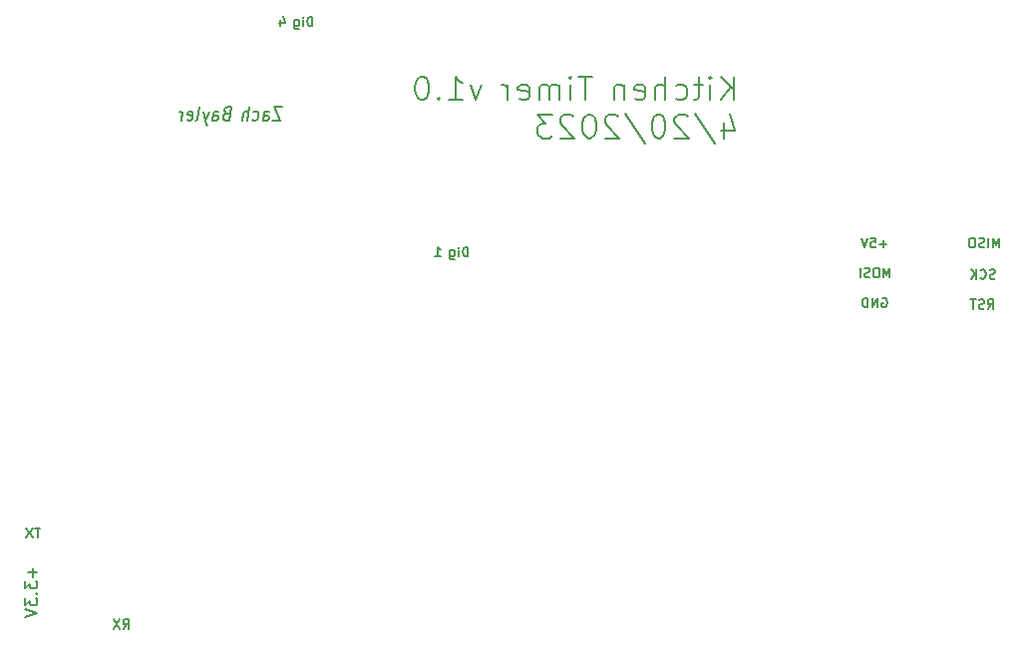
<source format=gbr>
%TF.GenerationSoftware,KiCad,Pcbnew,(7.0.0)*%
%TF.CreationDate,2023-04-20T22:31:56-06:00*%
%TF.ProjectId,Phase_B_PCB_Prototype,50686173-655f-4425-9f50-43425f50726f,rev?*%
%TF.SameCoordinates,Original*%
%TF.FileFunction,Legend,Bot*%
%TF.FilePolarity,Positive*%
%FSLAX46Y46*%
G04 Gerber Fmt 4.6, Leading zero omitted, Abs format (unit mm)*
G04 Created by KiCad (PCBNEW (7.0.0)) date 2023-04-20 22:31:56*
%MOMM*%
%LPD*%
G01*
G04 APERTURE LIST*
%ADD10C,0.150000*%
G04 APERTURE END LIST*
D10*
X95694523Y-63452904D02*
X95694523Y-62652904D01*
X95694523Y-62652904D02*
X95504047Y-62652904D01*
X95504047Y-62652904D02*
X95389761Y-62691000D01*
X95389761Y-62691000D02*
X95313571Y-62767190D01*
X95313571Y-62767190D02*
X95275476Y-62843380D01*
X95275476Y-62843380D02*
X95237380Y-62995761D01*
X95237380Y-62995761D02*
X95237380Y-63110047D01*
X95237380Y-63110047D02*
X95275476Y-63262428D01*
X95275476Y-63262428D02*
X95313571Y-63338619D01*
X95313571Y-63338619D02*
X95389761Y-63414809D01*
X95389761Y-63414809D02*
X95504047Y-63452904D01*
X95504047Y-63452904D02*
X95694523Y-63452904D01*
X94894523Y-63452904D02*
X94894523Y-62919571D01*
X94894523Y-62652904D02*
X94932619Y-62691000D01*
X94932619Y-62691000D02*
X94894523Y-62729095D01*
X94894523Y-62729095D02*
X94856428Y-62691000D01*
X94856428Y-62691000D02*
X94894523Y-62652904D01*
X94894523Y-62652904D02*
X94894523Y-62729095D01*
X94170714Y-62919571D02*
X94170714Y-63567190D01*
X94170714Y-63567190D02*
X94208809Y-63643380D01*
X94208809Y-63643380D02*
X94246905Y-63681476D01*
X94246905Y-63681476D02*
X94323095Y-63719571D01*
X94323095Y-63719571D02*
X94437381Y-63719571D01*
X94437381Y-63719571D02*
X94513571Y-63681476D01*
X94170714Y-63414809D02*
X94246905Y-63452904D01*
X94246905Y-63452904D02*
X94399286Y-63452904D01*
X94399286Y-63452904D02*
X94475476Y-63414809D01*
X94475476Y-63414809D02*
X94513571Y-63376714D01*
X94513571Y-63376714D02*
X94551667Y-63300523D01*
X94551667Y-63300523D02*
X94551667Y-63071952D01*
X94551667Y-63071952D02*
X94513571Y-62995761D01*
X94513571Y-62995761D02*
X94475476Y-62957666D01*
X94475476Y-62957666D02*
X94399286Y-62919571D01*
X94399286Y-62919571D02*
X94246905Y-62919571D01*
X94246905Y-62919571D02*
X94170714Y-62957666D01*
X92966904Y-62919571D02*
X92966904Y-63452904D01*
X93157380Y-62614809D02*
X93347857Y-63186238D01*
X93347857Y-63186238D02*
X92852618Y-63186238D01*
X108902523Y-83010904D02*
X108902523Y-82210904D01*
X108902523Y-82210904D02*
X108712047Y-82210904D01*
X108712047Y-82210904D02*
X108597761Y-82249000D01*
X108597761Y-82249000D02*
X108521571Y-82325190D01*
X108521571Y-82325190D02*
X108483476Y-82401380D01*
X108483476Y-82401380D02*
X108445380Y-82553761D01*
X108445380Y-82553761D02*
X108445380Y-82668047D01*
X108445380Y-82668047D02*
X108483476Y-82820428D01*
X108483476Y-82820428D02*
X108521571Y-82896619D01*
X108521571Y-82896619D02*
X108597761Y-82972809D01*
X108597761Y-82972809D02*
X108712047Y-83010904D01*
X108712047Y-83010904D02*
X108902523Y-83010904D01*
X108102523Y-83010904D02*
X108102523Y-82477571D01*
X108102523Y-82210904D02*
X108140619Y-82249000D01*
X108140619Y-82249000D02*
X108102523Y-82287095D01*
X108102523Y-82287095D02*
X108064428Y-82249000D01*
X108064428Y-82249000D02*
X108102523Y-82210904D01*
X108102523Y-82210904D02*
X108102523Y-82287095D01*
X107378714Y-82477571D02*
X107378714Y-83125190D01*
X107378714Y-83125190D02*
X107416809Y-83201380D01*
X107416809Y-83201380D02*
X107454905Y-83239476D01*
X107454905Y-83239476D02*
X107531095Y-83277571D01*
X107531095Y-83277571D02*
X107645381Y-83277571D01*
X107645381Y-83277571D02*
X107721571Y-83239476D01*
X107378714Y-82972809D02*
X107454905Y-83010904D01*
X107454905Y-83010904D02*
X107607286Y-83010904D01*
X107607286Y-83010904D02*
X107683476Y-82972809D01*
X107683476Y-82972809D02*
X107721571Y-82934714D01*
X107721571Y-82934714D02*
X107759667Y-82858523D01*
X107759667Y-82858523D02*
X107759667Y-82629952D01*
X107759667Y-82629952D02*
X107721571Y-82553761D01*
X107721571Y-82553761D02*
X107683476Y-82515666D01*
X107683476Y-82515666D02*
X107607286Y-82477571D01*
X107607286Y-82477571D02*
X107454905Y-82477571D01*
X107454905Y-82477571D02*
X107378714Y-82515666D01*
X106098714Y-83010904D02*
X106555857Y-83010904D01*
X106327285Y-83010904D02*
X106327285Y-82210904D01*
X106327285Y-82210904D02*
X106403476Y-82325190D01*
X106403476Y-82325190D02*
X106479666Y-82401380D01*
X106479666Y-82401380D02*
X106555857Y-82439476D01*
X79616380Y-114633904D02*
X79883047Y-114252952D01*
X80073523Y-114633904D02*
X80073523Y-113833904D01*
X80073523Y-113833904D02*
X79768761Y-113833904D01*
X79768761Y-113833904D02*
X79692571Y-113872000D01*
X79692571Y-113872000D02*
X79654476Y-113910095D01*
X79654476Y-113910095D02*
X79616380Y-113986285D01*
X79616380Y-113986285D02*
X79616380Y-114100571D01*
X79616380Y-114100571D02*
X79654476Y-114176761D01*
X79654476Y-114176761D02*
X79692571Y-114214857D01*
X79692571Y-114214857D02*
X79768761Y-114252952D01*
X79768761Y-114252952D02*
X80073523Y-114252952D01*
X79349714Y-113833904D02*
X78816380Y-114633904D01*
X78816380Y-113833904D02*
X79349714Y-114633904D01*
X71918428Y-109458095D02*
X71918428Y-110220000D01*
X72299380Y-109839047D02*
X71537476Y-109839047D01*
X71299380Y-110600952D02*
X71299380Y-111219999D01*
X71299380Y-111219999D02*
X71680333Y-110886666D01*
X71680333Y-110886666D02*
X71680333Y-111029523D01*
X71680333Y-111029523D02*
X71727952Y-111124761D01*
X71727952Y-111124761D02*
X71775571Y-111172380D01*
X71775571Y-111172380D02*
X71870809Y-111219999D01*
X71870809Y-111219999D02*
X72108904Y-111219999D01*
X72108904Y-111219999D02*
X72204142Y-111172380D01*
X72204142Y-111172380D02*
X72251761Y-111124761D01*
X72251761Y-111124761D02*
X72299380Y-111029523D01*
X72299380Y-111029523D02*
X72299380Y-110743809D01*
X72299380Y-110743809D02*
X72251761Y-110648571D01*
X72251761Y-110648571D02*
X72204142Y-110600952D01*
X72204142Y-111648571D02*
X72251761Y-111696190D01*
X72251761Y-111696190D02*
X72299380Y-111648571D01*
X72299380Y-111648571D02*
X72251761Y-111600952D01*
X72251761Y-111600952D02*
X72204142Y-111648571D01*
X72204142Y-111648571D02*
X72299380Y-111648571D01*
X71299380Y-112029523D02*
X71299380Y-112648570D01*
X71299380Y-112648570D02*
X71680333Y-112315237D01*
X71680333Y-112315237D02*
X71680333Y-112458094D01*
X71680333Y-112458094D02*
X71727952Y-112553332D01*
X71727952Y-112553332D02*
X71775571Y-112600951D01*
X71775571Y-112600951D02*
X71870809Y-112648570D01*
X71870809Y-112648570D02*
X72108904Y-112648570D01*
X72108904Y-112648570D02*
X72204142Y-112600951D01*
X72204142Y-112600951D02*
X72251761Y-112553332D01*
X72251761Y-112553332D02*
X72299380Y-112458094D01*
X72299380Y-112458094D02*
X72299380Y-112172380D01*
X72299380Y-112172380D02*
X72251761Y-112077142D01*
X72251761Y-112077142D02*
X72204142Y-112029523D01*
X71299380Y-112934285D02*
X72299380Y-113267618D01*
X72299380Y-113267618D02*
X71299380Y-113600951D01*
X72567809Y-106086904D02*
X72110666Y-106086904D01*
X72339238Y-106886904D02*
X72339238Y-106086904D01*
X71920190Y-106086904D02*
X71386856Y-106886904D01*
X71386856Y-106086904D02*
X71920190Y-106886904D01*
X144043476Y-86567000D02*
X144119666Y-86528904D01*
X144119666Y-86528904D02*
X144233952Y-86528904D01*
X144233952Y-86528904D02*
X144348238Y-86567000D01*
X144348238Y-86567000D02*
X144424428Y-86643190D01*
X144424428Y-86643190D02*
X144462523Y-86719380D01*
X144462523Y-86719380D02*
X144500619Y-86871761D01*
X144500619Y-86871761D02*
X144500619Y-86986047D01*
X144500619Y-86986047D02*
X144462523Y-87138428D01*
X144462523Y-87138428D02*
X144424428Y-87214619D01*
X144424428Y-87214619D02*
X144348238Y-87290809D01*
X144348238Y-87290809D02*
X144233952Y-87328904D01*
X144233952Y-87328904D02*
X144157761Y-87328904D01*
X144157761Y-87328904D02*
X144043476Y-87290809D01*
X144043476Y-87290809D02*
X144005380Y-87252714D01*
X144005380Y-87252714D02*
X144005380Y-86986047D01*
X144005380Y-86986047D02*
X144157761Y-86986047D01*
X143662523Y-87328904D02*
X143662523Y-86528904D01*
X143662523Y-86528904D02*
X143205380Y-87328904D01*
X143205380Y-87328904D02*
X143205380Y-86528904D01*
X142824428Y-87328904D02*
X142824428Y-86528904D01*
X142824428Y-86528904D02*
X142633952Y-86528904D01*
X142633952Y-86528904D02*
X142519666Y-86567000D01*
X142519666Y-86567000D02*
X142443476Y-86643190D01*
X142443476Y-86643190D02*
X142405381Y-86719380D01*
X142405381Y-86719380D02*
X142367285Y-86871761D01*
X142367285Y-86871761D02*
X142367285Y-86986047D01*
X142367285Y-86986047D02*
X142405381Y-87138428D01*
X142405381Y-87138428D02*
X142443476Y-87214619D01*
X142443476Y-87214619D02*
X142519666Y-87290809D01*
X142519666Y-87290809D02*
X142633952Y-87328904D01*
X142633952Y-87328904D02*
X142824428Y-87328904D01*
X144462523Y-81944142D02*
X143853000Y-81944142D01*
X144157761Y-82248904D02*
X144157761Y-81639380D01*
X143091095Y-81448904D02*
X143472047Y-81448904D01*
X143472047Y-81448904D02*
X143510143Y-81829857D01*
X143510143Y-81829857D02*
X143472047Y-81791761D01*
X143472047Y-81791761D02*
X143395857Y-81753666D01*
X143395857Y-81753666D02*
X143205381Y-81753666D01*
X143205381Y-81753666D02*
X143129190Y-81791761D01*
X143129190Y-81791761D02*
X143091095Y-81829857D01*
X143091095Y-81829857D02*
X143053000Y-81906047D01*
X143053000Y-81906047D02*
X143053000Y-82096523D01*
X143053000Y-82096523D02*
X143091095Y-82172714D01*
X143091095Y-82172714D02*
X143129190Y-82210809D01*
X143129190Y-82210809D02*
X143205381Y-82248904D01*
X143205381Y-82248904D02*
X143395857Y-82248904D01*
X143395857Y-82248904D02*
X143472047Y-82210809D01*
X143472047Y-82210809D02*
X143510143Y-82172714D01*
X142824428Y-81448904D02*
X142557761Y-82248904D01*
X142557761Y-82248904D02*
X142291095Y-81448904D01*
X144716523Y-84788904D02*
X144716523Y-83988904D01*
X144716523Y-83988904D02*
X144449857Y-84560333D01*
X144449857Y-84560333D02*
X144183190Y-83988904D01*
X144183190Y-83988904D02*
X144183190Y-84788904D01*
X143649856Y-83988904D02*
X143497475Y-83988904D01*
X143497475Y-83988904D02*
X143421285Y-84027000D01*
X143421285Y-84027000D02*
X143345094Y-84103190D01*
X143345094Y-84103190D02*
X143306999Y-84255571D01*
X143306999Y-84255571D02*
X143306999Y-84522238D01*
X143306999Y-84522238D02*
X143345094Y-84674619D01*
X143345094Y-84674619D02*
X143421285Y-84750809D01*
X143421285Y-84750809D02*
X143497475Y-84788904D01*
X143497475Y-84788904D02*
X143649856Y-84788904D01*
X143649856Y-84788904D02*
X143726047Y-84750809D01*
X143726047Y-84750809D02*
X143802237Y-84674619D01*
X143802237Y-84674619D02*
X143840333Y-84522238D01*
X143840333Y-84522238D02*
X143840333Y-84255571D01*
X143840333Y-84255571D02*
X143802237Y-84103190D01*
X143802237Y-84103190D02*
X143726047Y-84027000D01*
X143726047Y-84027000D02*
X143649856Y-83988904D01*
X143002238Y-84750809D02*
X142887952Y-84788904D01*
X142887952Y-84788904D02*
X142697476Y-84788904D01*
X142697476Y-84788904D02*
X142621285Y-84750809D01*
X142621285Y-84750809D02*
X142583190Y-84712714D01*
X142583190Y-84712714D02*
X142545095Y-84636523D01*
X142545095Y-84636523D02*
X142545095Y-84560333D01*
X142545095Y-84560333D02*
X142583190Y-84484142D01*
X142583190Y-84484142D02*
X142621285Y-84446047D01*
X142621285Y-84446047D02*
X142697476Y-84407952D01*
X142697476Y-84407952D02*
X142849857Y-84369857D01*
X142849857Y-84369857D02*
X142926047Y-84331761D01*
X142926047Y-84331761D02*
X142964142Y-84293666D01*
X142964142Y-84293666D02*
X143002238Y-84217476D01*
X143002238Y-84217476D02*
X143002238Y-84141285D01*
X143002238Y-84141285D02*
X142964142Y-84065095D01*
X142964142Y-84065095D02*
X142926047Y-84027000D01*
X142926047Y-84027000D02*
X142849857Y-83988904D01*
X142849857Y-83988904D02*
X142659380Y-83988904D01*
X142659380Y-83988904D02*
X142545095Y-84027000D01*
X142202237Y-84788904D02*
X142202237Y-83988904D01*
X153022380Y-87455904D02*
X153289047Y-87074952D01*
X153479523Y-87455904D02*
X153479523Y-86655904D01*
X153479523Y-86655904D02*
X153174761Y-86655904D01*
X153174761Y-86655904D02*
X153098571Y-86694000D01*
X153098571Y-86694000D02*
X153060476Y-86732095D01*
X153060476Y-86732095D02*
X153022380Y-86808285D01*
X153022380Y-86808285D02*
X153022380Y-86922571D01*
X153022380Y-86922571D02*
X153060476Y-86998761D01*
X153060476Y-86998761D02*
X153098571Y-87036857D01*
X153098571Y-87036857D02*
X153174761Y-87074952D01*
X153174761Y-87074952D02*
X153479523Y-87074952D01*
X152717619Y-87417809D02*
X152603333Y-87455904D01*
X152603333Y-87455904D02*
X152412857Y-87455904D01*
X152412857Y-87455904D02*
X152336666Y-87417809D01*
X152336666Y-87417809D02*
X152298571Y-87379714D01*
X152298571Y-87379714D02*
X152260476Y-87303523D01*
X152260476Y-87303523D02*
X152260476Y-87227333D01*
X152260476Y-87227333D02*
X152298571Y-87151142D01*
X152298571Y-87151142D02*
X152336666Y-87113047D01*
X152336666Y-87113047D02*
X152412857Y-87074952D01*
X152412857Y-87074952D02*
X152565238Y-87036857D01*
X152565238Y-87036857D02*
X152641428Y-86998761D01*
X152641428Y-86998761D02*
X152679523Y-86960666D01*
X152679523Y-86960666D02*
X152717619Y-86884476D01*
X152717619Y-86884476D02*
X152717619Y-86808285D01*
X152717619Y-86808285D02*
X152679523Y-86732095D01*
X152679523Y-86732095D02*
X152641428Y-86694000D01*
X152641428Y-86694000D02*
X152565238Y-86655904D01*
X152565238Y-86655904D02*
X152374761Y-86655904D01*
X152374761Y-86655904D02*
X152260476Y-86694000D01*
X152031904Y-86655904D02*
X151574761Y-86655904D01*
X151803333Y-87455904D02*
X151803333Y-86655904D01*
X153644619Y-84877809D02*
X153530333Y-84915904D01*
X153530333Y-84915904D02*
X153339857Y-84915904D01*
X153339857Y-84915904D02*
X153263666Y-84877809D01*
X153263666Y-84877809D02*
X153225571Y-84839714D01*
X153225571Y-84839714D02*
X153187476Y-84763523D01*
X153187476Y-84763523D02*
X153187476Y-84687333D01*
X153187476Y-84687333D02*
X153225571Y-84611142D01*
X153225571Y-84611142D02*
X153263666Y-84573047D01*
X153263666Y-84573047D02*
X153339857Y-84534952D01*
X153339857Y-84534952D02*
X153492238Y-84496857D01*
X153492238Y-84496857D02*
X153568428Y-84458761D01*
X153568428Y-84458761D02*
X153606523Y-84420666D01*
X153606523Y-84420666D02*
X153644619Y-84344476D01*
X153644619Y-84344476D02*
X153644619Y-84268285D01*
X153644619Y-84268285D02*
X153606523Y-84192095D01*
X153606523Y-84192095D02*
X153568428Y-84154000D01*
X153568428Y-84154000D02*
X153492238Y-84115904D01*
X153492238Y-84115904D02*
X153301761Y-84115904D01*
X153301761Y-84115904D02*
X153187476Y-84154000D01*
X152387475Y-84839714D02*
X152425571Y-84877809D01*
X152425571Y-84877809D02*
X152539856Y-84915904D01*
X152539856Y-84915904D02*
X152616047Y-84915904D01*
X152616047Y-84915904D02*
X152730333Y-84877809D01*
X152730333Y-84877809D02*
X152806523Y-84801619D01*
X152806523Y-84801619D02*
X152844618Y-84725428D01*
X152844618Y-84725428D02*
X152882714Y-84573047D01*
X152882714Y-84573047D02*
X152882714Y-84458761D01*
X152882714Y-84458761D02*
X152844618Y-84306380D01*
X152844618Y-84306380D02*
X152806523Y-84230190D01*
X152806523Y-84230190D02*
X152730333Y-84154000D01*
X152730333Y-84154000D02*
X152616047Y-84115904D01*
X152616047Y-84115904D02*
X152539856Y-84115904D01*
X152539856Y-84115904D02*
X152425571Y-84154000D01*
X152425571Y-84154000D02*
X152387475Y-84192095D01*
X152044618Y-84915904D02*
X152044618Y-84115904D01*
X151587475Y-84915904D02*
X151930333Y-84458761D01*
X151587475Y-84115904D02*
X152044618Y-84573047D01*
X153987523Y-82248904D02*
X153987523Y-81448904D01*
X153987523Y-81448904D02*
X153720857Y-82020333D01*
X153720857Y-82020333D02*
X153454190Y-81448904D01*
X153454190Y-81448904D02*
X153454190Y-82248904D01*
X153073237Y-82248904D02*
X153073237Y-81448904D01*
X152730381Y-82210809D02*
X152616095Y-82248904D01*
X152616095Y-82248904D02*
X152425619Y-82248904D01*
X152425619Y-82248904D02*
X152349428Y-82210809D01*
X152349428Y-82210809D02*
X152311333Y-82172714D01*
X152311333Y-82172714D02*
X152273238Y-82096523D01*
X152273238Y-82096523D02*
X152273238Y-82020333D01*
X152273238Y-82020333D02*
X152311333Y-81944142D01*
X152311333Y-81944142D02*
X152349428Y-81906047D01*
X152349428Y-81906047D02*
X152425619Y-81867952D01*
X152425619Y-81867952D02*
X152578000Y-81829857D01*
X152578000Y-81829857D02*
X152654190Y-81791761D01*
X152654190Y-81791761D02*
X152692285Y-81753666D01*
X152692285Y-81753666D02*
X152730381Y-81677476D01*
X152730381Y-81677476D02*
X152730381Y-81601285D01*
X152730381Y-81601285D02*
X152692285Y-81525095D01*
X152692285Y-81525095D02*
X152654190Y-81487000D01*
X152654190Y-81487000D02*
X152578000Y-81448904D01*
X152578000Y-81448904D02*
X152387523Y-81448904D01*
X152387523Y-81448904D02*
X152273238Y-81487000D01*
X151777999Y-81448904D02*
X151625618Y-81448904D01*
X151625618Y-81448904D02*
X151549428Y-81487000D01*
X151549428Y-81487000D02*
X151473237Y-81563190D01*
X151473237Y-81563190D02*
X151435142Y-81715571D01*
X151435142Y-81715571D02*
X151435142Y-81982238D01*
X151435142Y-81982238D02*
X151473237Y-82134619D01*
X151473237Y-82134619D02*
X151549428Y-82210809D01*
X151549428Y-82210809D02*
X151625618Y-82248904D01*
X151625618Y-82248904D02*
X151777999Y-82248904D01*
X151777999Y-82248904D02*
X151854190Y-82210809D01*
X151854190Y-82210809D02*
X151930380Y-82134619D01*
X151930380Y-82134619D02*
X151968476Y-81982238D01*
X151968476Y-81982238D02*
X151968476Y-81715571D01*
X151968476Y-81715571D02*
X151930380Y-81563190D01*
X151930380Y-81563190D02*
X151854190Y-81487000D01*
X151854190Y-81487000D02*
X151777999Y-81448904D01*
X93105285Y-70293857D02*
X92438619Y-70293857D01*
X92438619Y-70293857D02*
X92955285Y-71493857D01*
X92955285Y-71493857D02*
X92288619Y-71493857D01*
X91479095Y-71493857D02*
X91557666Y-70865285D01*
X91557666Y-70865285D02*
X91619571Y-70751000D01*
X91619571Y-70751000D02*
X91721952Y-70693857D01*
X91721952Y-70693857D02*
X91912428Y-70693857D01*
X91912428Y-70693857D02*
X92000523Y-70751000D01*
X91486238Y-71436714D02*
X91574333Y-71493857D01*
X91574333Y-71493857D02*
X91812428Y-71493857D01*
X91812428Y-71493857D02*
X91914809Y-71436714D01*
X91914809Y-71436714D02*
X91976714Y-71322428D01*
X91976714Y-71322428D02*
X91990999Y-71208142D01*
X91990999Y-71208142D02*
X91957666Y-71093857D01*
X91957666Y-71093857D02*
X91869571Y-71036714D01*
X91869571Y-71036714D02*
X91631476Y-71036714D01*
X91631476Y-71036714D02*
X91543380Y-70979571D01*
X90581476Y-71436714D02*
X90669571Y-71493857D01*
X90669571Y-71493857D02*
X90860047Y-71493857D01*
X90860047Y-71493857D02*
X90962428Y-71436714D01*
X90962428Y-71436714D02*
X91017190Y-71379571D01*
X91017190Y-71379571D02*
X91079095Y-71265285D01*
X91079095Y-71265285D02*
X91121952Y-70922428D01*
X91121952Y-70922428D02*
X91088618Y-70808142D01*
X91088618Y-70808142D02*
X91048142Y-70751000D01*
X91048142Y-70751000D02*
X90960047Y-70693857D01*
X90960047Y-70693857D02*
X90769571Y-70693857D01*
X90769571Y-70693857D02*
X90667190Y-70751000D01*
X90145761Y-71493857D02*
X90295761Y-70293857D01*
X89717190Y-71493857D02*
X89795761Y-70865285D01*
X89795761Y-70865285D02*
X89857666Y-70751000D01*
X89857666Y-70751000D02*
X89960047Y-70693857D01*
X89960047Y-70693857D02*
X90102904Y-70693857D01*
X90102904Y-70693857D02*
X90190999Y-70751000D01*
X90190999Y-70751000D02*
X90231475Y-70808142D01*
X88386237Y-70865285D02*
X88236237Y-70922428D01*
X88236237Y-70922428D02*
X88181475Y-70979571D01*
X88181475Y-70979571D02*
X88119571Y-71093857D01*
X88119571Y-71093857D02*
X88098142Y-71265285D01*
X88098142Y-71265285D02*
X88131475Y-71379571D01*
X88131475Y-71379571D02*
X88171952Y-71436714D01*
X88171952Y-71436714D02*
X88260047Y-71493857D01*
X88260047Y-71493857D02*
X88640999Y-71493857D01*
X88640999Y-71493857D02*
X88790999Y-70293857D01*
X88790999Y-70293857D02*
X88457666Y-70293857D01*
X88457666Y-70293857D02*
X88355285Y-70351000D01*
X88355285Y-70351000D02*
X88300523Y-70408142D01*
X88300523Y-70408142D02*
X88238618Y-70522428D01*
X88238618Y-70522428D02*
X88224332Y-70636714D01*
X88224332Y-70636714D02*
X88257666Y-70751000D01*
X88257666Y-70751000D02*
X88298142Y-70808142D01*
X88298142Y-70808142D02*
X88386237Y-70865285D01*
X88386237Y-70865285D02*
X88719571Y-70865285D01*
X87212428Y-71493857D02*
X87290999Y-70865285D01*
X87290999Y-70865285D02*
X87352904Y-70751000D01*
X87352904Y-70751000D02*
X87455285Y-70693857D01*
X87455285Y-70693857D02*
X87645761Y-70693857D01*
X87645761Y-70693857D02*
X87733856Y-70751000D01*
X87219571Y-71436714D02*
X87307666Y-71493857D01*
X87307666Y-71493857D02*
X87545761Y-71493857D01*
X87545761Y-71493857D02*
X87648142Y-71436714D01*
X87648142Y-71436714D02*
X87710047Y-71322428D01*
X87710047Y-71322428D02*
X87724332Y-71208142D01*
X87724332Y-71208142D02*
X87690999Y-71093857D01*
X87690999Y-71093857D02*
X87602904Y-71036714D01*
X87602904Y-71036714D02*
X87364809Y-71036714D01*
X87364809Y-71036714D02*
X87276713Y-70979571D01*
X86931475Y-70693857D02*
X86593380Y-71493857D01*
X86455285Y-70693857D02*
X86593380Y-71493857D01*
X86593380Y-71493857D02*
X86652904Y-71779571D01*
X86652904Y-71779571D02*
X86693380Y-71836714D01*
X86693380Y-71836714D02*
X86781475Y-71893857D01*
X85788618Y-71493857D02*
X85890999Y-71436714D01*
X85890999Y-71436714D02*
X85952904Y-71322428D01*
X85952904Y-71322428D02*
X86081475Y-70293857D01*
X85033856Y-71436714D02*
X85121951Y-71493857D01*
X85121951Y-71493857D02*
X85312427Y-71493857D01*
X85312427Y-71493857D02*
X85414808Y-71436714D01*
X85414808Y-71436714D02*
X85476713Y-71322428D01*
X85476713Y-71322428D02*
X85533856Y-70865285D01*
X85533856Y-70865285D02*
X85500522Y-70751000D01*
X85500522Y-70751000D02*
X85412427Y-70693857D01*
X85412427Y-70693857D02*
X85221951Y-70693857D01*
X85221951Y-70693857D02*
X85119570Y-70751000D01*
X85119570Y-70751000D02*
X85057665Y-70865285D01*
X85057665Y-70865285D02*
X85043379Y-70979571D01*
X85043379Y-70979571D02*
X85505284Y-71093857D01*
X84550522Y-71493857D02*
X84650522Y-70693857D01*
X84621951Y-70922428D02*
X84588617Y-70808142D01*
X84588617Y-70808142D02*
X84548141Y-70751000D01*
X84548141Y-70751000D02*
X84460046Y-70693857D01*
X84460046Y-70693857D02*
X84364808Y-70693857D01*
X131476809Y-69730761D02*
X131476809Y-67730761D01*
X130333952Y-69730761D02*
X131191095Y-68587904D01*
X130333952Y-67730761D02*
X131476809Y-68873619D01*
X129476809Y-69730761D02*
X129476809Y-68397428D01*
X129476809Y-67730761D02*
X129572047Y-67826000D01*
X129572047Y-67826000D02*
X129476809Y-67921238D01*
X129476809Y-67921238D02*
X129381571Y-67826000D01*
X129381571Y-67826000D02*
X129476809Y-67730761D01*
X129476809Y-67730761D02*
X129476809Y-67921238D01*
X128810142Y-68397428D02*
X128048238Y-68397428D01*
X128524428Y-67730761D02*
X128524428Y-69445047D01*
X128524428Y-69445047D02*
X128429190Y-69635523D01*
X128429190Y-69635523D02*
X128238714Y-69730761D01*
X128238714Y-69730761D02*
X128048238Y-69730761D01*
X126524428Y-69635523D02*
X126714904Y-69730761D01*
X126714904Y-69730761D02*
X127095857Y-69730761D01*
X127095857Y-69730761D02*
X127286333Y-69635523D01*
X127286333Y-69635523D02*
X127381571Y-69540285D01*
X127381571Y-69540285D02*
X127476809Y-69349809D01*
X127476809Y-69349809D02*
X127476809Y-68778380D01*
X127476809Y-68778380D02*
X127381571Y-68587904D01*
X127381571Y-68587904D02*
X127286333Y-68492666D01*
X127286333Y-68492666D02*
X127095857Y-68397428D01*
X127095857Y-68397428D02*
X126714904Y-68397428D01*
X126714904Y-68397428D02*
X126524428Y-68492666D01*
X125667285Y-69730761D02*
X125667285Y-67730761D01*
X124810142Y-69730761D02*
X124810142Y-68683142D01*
X124810142Y-68683142D02*
X124905380Y-68492666D01*
X124905380Y-68492666D02*
X125095856Y-68397428D01*
X125095856Y-68397428D02*
X125381571Y-68397428D01*
X125381571Y-68397428D02*
X125572047Y-68492666D01*
X125572047Y-68492666D02*
X125667285Y-68587904D01*
X123095856Y-69635523D02*
X123286332Y-69730761D01*
X123286332Y-69730761D02*
X123667285Y-69730761D01*
X123667285Y-69730761D02*
X123857761Y-69635523D01*
X123857761Y-69635523D02*
X123952999Y-69445047D01*
X123952999Y-69445047D02*
X123952999Y-68683142D01*
X123952999Y-68683142D02*
X123857761Y-68492666D01*
X123857761Y-68492666D02*
X123667285Y-68397428D01*
X123667285Y-68397428D02*
X123286332Y-68397428D01*
X123286332Y-68397428D02*
X123095856Y-68492666D01*
X123095856Y-68492666D02*
X123000618Y-68683142D01*
X123000618Y-68683142D02*
X123000618Y-68873619D01*
X123000618Y-68873619D02*
X123952999Y-69064095D01*
X122143475Y-68397428D02*
X122143475Y-69730761D01*
X122143475Y-68587904D02*
X122048237Y-68492666D01*
X122048237Y-68492666D02*
X121857761Y-68397428D01*
X121857761Y-68397428D02*
X121572046Y-68397428D01*
X121572046Y-68397428D02*
X121381570Y-68492666D01*
X121381570Y-68492666D02*
X121286332Y-68683142D01*
X121286332Y-68683142D02*
X121286332Y-69730761D01*
X119419665Y-67730761D02*
X118276808Y-67730761D01*
X118848237Y-69730761D02*
X118848237Y-67730761D01*
X117610141Y-69730761D02*
X117610141Y-68397428D01*
X117610141Y-67730761D02*
X117705379Y-67826000D01*
X117705379Y-67826000D02*
X117610141Y-67921238D01*
X117610141Y-67921238D02*
X117514903Y-67826000D01*
X117514903Y-67826000D02*
X117610141Y-67730761D01*
X117610141Y-67730761D02*
X117610141Y-67921238D01*
X116657760Y-69730761D02*
X116657760Y-68397428D01*
X116657760Y-68587904D02*
X116562522Y-68492666D01*
X116562522Y-68492666D02*
X116372046Y-68397428D01*
X116372046Y-68397428D02*
X116086331Y-68397428D01*
X116086331Y-68397428D02*
X115895855Y-68492666D01*
X115895855Y-68492666D02*
X115800617Y-68683142D01*
X115800617Y-68683142D02*
X115800617Y-69730761D01*
X115800617Y-68683142D02*
X115705379Y-68492666D01*
X115705379Y-68492666D02*
X115514903Y-68397428D01*
X115514903Y-68397428D02*
X115229189Y-68397428D01*
X115229189Y-68397428D02*
X115038712Y-68492666D01*
X115038712Y-68492666D02*
X114943474Y-68683142D01*
X114943474Y-68683142D02*
X114943474Y-69730761D01*
X113229188Y-69635523D02*
X113419664Y-69730761D01*
X113419664Y-69730761D02*
X113800617Y-69730761D01*
X113800617Y-69730761D02*
X113991093Y-69635523D01*
X113991093Y-69635523D02*
X114086331Y-69445047D01*
X114086331Y-69445047D02*
X114086331Y-68683142D01*
X114086331Y-68683142D02*
X113991093Y-68492666D01*
X113991093Y-68492666D02*
X113800617Y-68397428D01*
X113800617Y-68397428D02*
X113419664Y-68397428D01*
X113419664Y-68397428D02*
X113229188Y-68492666D01*
X113229188Y-68492666D02*
X113133950Y-68683142D01*
X113133950Y-68683142D02*
X113133950Y-68873619D01*
X113133950Y-68873619D02*
X114086331Y-69064095D01*
X112276807Y-69730761D02*
X112276807Y-68397428D01*
X112276807Y-68778380D02*
X112181569Y-68587904D01*
X112181569Y-68587904D02*
X112086331Y-68492666D01*
X112086331Y-68492666D02*
X111895855Y-68397428D01*
X111895855Y-68397428D02*
X111705378Y-68397428D01*
X110029188Y-68397428D02*
X109552998Y-69730761D01*
X109552998Y-69730761D02*
X109076807Y-68397428D01*
X107267283Y-69730761D02*
X108410140Y-69730761D01*
X107838712Y-69730761D02*
X107838712Y-67730761D01*
X107838712Y-67730761D02*
X108029188Y-68016476D01*
X108029188Y-68016476D02*
X108219664Y-68206952D01*
X108219664Y-68206952D02*
X108410140Y-68302190D01*
X106410140Y-69540285D02*
X106314902Y-69635523D01*
X106314902Y-69635523D02*
X106410140Y-69730761D01*
X106410140Y-69730761D02*
X106505378Y-69635523D01*
X106505378Y-69635523D02*
X106410140Y-69540285D01*
X106410140Y-69540285D02*
X106410140Y-69730761D01*
X105076807Y-67730761D02*
X104886330Y-67730761D01*
X104886330Y-67730761D02*
X104695854Y-67826000D01*
X104695854Y-67826000D02*
X104600616Y-67921238D01*
X104600616Y-67921238D02*
X104505378Y-68111714D01*
X104505378Y-68111714D02*
X104410140Y-68492666D01*
X104410140Y-68492666D02*
X104410140Y-68968857D01*
X104410140Y-68968857D02*
X104505378Y-69349809D01*
X104505378Y-69349809D02*
X104600616Y-69540285D01*
X104600616Y-69540285D02*
X104695854Y-69635523D01*
X104695854Y-69635523D02*
X104886330Y-69730761D01*
X104886330Y-69730761D02*
X105076807Y-69730761D01*
X105076807Y-69730761D02*
X105267283Y-69635523D01*
X105267283Y-69635523D02*
X105362521Y-69540285D01*
X105362521Y-69540285D02*
X105457759Y-69349809D01*
X105457759Y-69349809D02*
X105552997Y-68968857D01*
X105552997Y-68968857D02*
X105552997Y-68492666D01*
X105552997Y-68492666D02*
X105457759Y-68111714D01*
X105457759Y-68111714D02*
X105362521Y-67921238D01*
X105362521Y-67921238D02*
X105267283Y-67826000D01*
X105267283Y-67826000D02*
X105076807Y-67730761D01*
X130619666Y-71637428D02*
X130619666Y-72970761D01*
X131095857Y-70875523D02*
X131572047Y-72304095D01*
X131572047Y-72304095D02*
X130333952Y-72304095D01*
X128143476Y-70875523D02*
X129857761Y-73446952D01*
X127572047Y-71161238D02*
X127476809Y-71066000D01*
X127476809Y-71066000D02*
X127286333Y-70970761D01*
X127286333Y-70970761D02*
X126810142Y-70970761D01*
X126810142Y-70970761D02*
X126619666Y-71066000D01*
X126619666Y-71066000D02*
X126524428Y-71161238D01*
X126524428Y-71161238D02*
X126429190Y-71351714D01*
X126429190Y-71351714D02*
X126429190Y-71542190D01*
X126429190Y-71542190D02*
X126524428Y-71827904D01*
X126524428Y-71827904D02*
X127667285Y-72970761D01*
X127667285Y-72970761D02*
X126429190Y-72970761D01*
X125191095Y-70970761D02*
X125000618Y-70970761D01*
X125000618Y-70970761D02*
X124810142Y-71066000D01*
X124810142Y-71066000D02*
X124714904Y-71161238D01*
X124714904Y-71161238D02*
X124619666Y-71351714D01*
X124619666Y-71351714D02*
X124524428Y-71732666D01*
X124524428Y-71732666D02*
X124524428Y-72208857D01*
X124524428Y-72208857D02*
X124619666Y-72589809D01*
X124619666Y-72589809D02*
X124714904Y-72780285D01*
X124714904Y-72780285D02*
X124810142Y-72875523D01*
X124810142Y-72875523D02*
X125000618Y-72970761D01*
X125000618Y-72970761D02*
X125191095Y-72970761D01*
X125191095Y-72970761D02*
X125381571Y-72875523D01*
X125381571Y-72875523D02*
X125476809Y-72780285D01*
X125476809Y-72780285D02*
X125572047Y-72589809D01*
X125572047Y-72589809D02*
X125667285Y-72208857D01*
X125667285Y-72208857D02*
X125667285Y-71732666D01*
X125667285Y-71732666D02*
X125572047Y-71351714D01*
X125572047Y-71351714D02*
X125476809Y-71161238D01*
X125476809Y-71161238D02*
X125381571Y-71066000D01*
X125381571Y-71066000D02*
X125191095Y-70970761D01*
X122238714Y-70875523D02*
X123952999Y-73446952D01*
X121667285Y-71161238D02*
X121572047Y-71066000D01*
X121572047Y-71066000D02*
X121381571Y-70970761D01*
X121381571Y-70970761D02*
X120905380Y-70970761D01*
X120905380Y-70970761D02*
X120714904Y-71066000D01*
X120714904Y-71066000D02*
X120619666Y-71161238D01*
X120619666Y-71161238D02*
X120524428Y-71351714D01*
X120524428Y-71351714D02*
X120524428Y-71542190D01*
X120524428Y-71542190D02*
X120619666Y-71827904D01*
X120619666Y-71827904D02*
X121762523Y-72970761D01*
X121762523Y-72970761D02*
X120524428Y-72970761D01*
X119286333Y-70970761D02*
X119095856Y-70970761D01*
X119095856Y-70970761D02*
X118905380Y-71066000D01*
X118905380Y-71066000D02*
X118810142Y-71161238D01*
X118810142Y-71161238D02*
X118714904Y-71351714D01*
X118714904Y-71351714D02*
X118619666Y-71732666D01*
X118619666Y-71732666D02*
X118619666Y-72208857D01*
X118619666Y-72208857D02*
X118714904Y-72589809D01*
X118714904Y-72589809D02*
X118810142Y-72780285D01*
X118810142Y-72780285D02*
X118905380Y-72875523D01*
X118905380Y-72875523D02*
X119095856Y-72970761D01*
X119095856Y-72970761D02*
X119286333Y-72970761D01*
X119286333Y-72970761D02*
X119476809Y-72875523D01*
X119476809Y-72875523D02*
X119572047Y-72780285D01*
X119572047Y-72780285D02*
X119667285Y-72589809D01*
X119667285Y-72589809D02*
X119762523Y-72208857D01*
X119762523Y-72208857D02*
X119762523Y-71732666D01*
X119762523Y-71732666D02*
X119667285Y-71351714D01*
X119667285Y-71351714D02*
X119572047Y-71161238D01*
X119572047Y-71161238D02*
X119476809Y-71066000D01*
X119476809Y-71066000D02*
X119286333Y-70970761D01*
X117857761Y-71161238D02*
X117762523Y-71066000D01*
X117762523Y-71066000D02*
X117572047Y-70970761D01*
X117572047Y-70970761D02*
X117095856Y-70970761D01*
X117095856Y-70970761D02*
X116905380Y-71066000D01*
X116905380Y-71066000D02*
X116810142Y-71161238D01*
X116810142Y-71161238D02*
X116714904Y-71351714D01*
X116714904Y-71351714D02*
X116714904Y-71542190D01*
X116714904Y-71542190D02*
X116810142Y-71827904D01*
X116810142Y-71827904D02*
X117952999Y-72970761D01*
X117952999Y-72970761D02*
X116714904Y-72970761D01*
X116048237Y-70970761D02*
X114810142Y-70970761D01*
X114810142Y-70970761D02*
X115476809Y-71732666D01*
X115476809Y-71732666D02*
X115191094Y-71732666D01*
X115191094Y-71732666D02*
X115000618Y-71827904D01*
X115000618Y-71827904D02*
X114905380Y-71923142D01*
X114905380Y-71923142D02*
X114810142Y-72113619D01*
X114810142Y-72113619D02*
X114810142Y-72589809D01*
X114810142Y-72589809D02*
X114905380Y-72780285D01*
X114905380Y-72780285D02*
X115000618Y-72875523D01*
X115000618Y-72875523D02*
X115191094Y-72970761D01*
X115191094Y-72970761D02*
X115762523Y-72970761D01*
X115762523Y-72970761D02*
X115952999Y-72875523D01*
X115952999Y-72875523D02*
X116048237Y-72780285D01*
M02*

</source>
